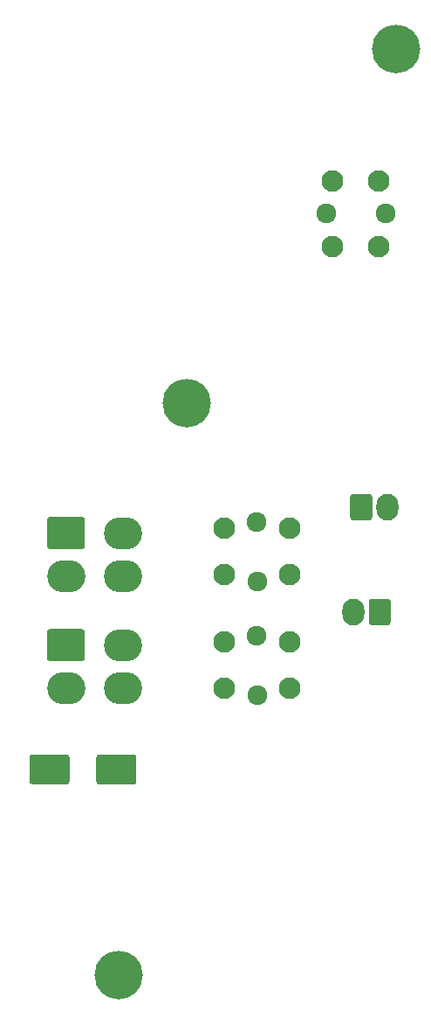
<source format=gbr>
G04 #@! TF.GenerationSoftware,KiCad,Pcbnew,(5.1.6)-1*
G04 #@! TF.CreationDate,2020-12-21T17:51:35+11:00*
G04 #@! TF.ProjectId,MasterModePushbuttonV2,4d617374-6572-44d6-9f64-655075736862,rev?*
G04 #@! TF.SameCoordinates,Original*
G04 #@! TF.FileFunction,Soldermask,Bot*
G04 #@! TF.FilePolarity,Negative*
%FSLAX46Y46*%
G04 Gerber Fmt 4.6, Leading zero omitted, Abs format (unit mm)*
G04 Created by KiCad (PCBNEW (5.1.6)-1) date 2020-12-21 17:51:35*
%MOMM*%
%LPD*%
G01*
G04 APERTURE LIST*
%ADD10C,4.700000*%
%ADD11O,3.700000X3.100000*%
%ADD12C,1.924000*%
%ADD13C,2.100000*%
%ADD14O,2.140000X2.590000*%
G04 APERTURE END LIST*
D10*
X234878380Y-47349580D03*
X214494880Y-81639580D03*
X207890880Y-137075080D03*
D11*
X208296000Y-98447500D03*
X208296000Y-94247500D03*
X202796000Y-98447500D03*
G36*
G01*
X201233038Y-92697500D02*
X204358962Y-92697500D01*
G75*
G02*
X204646000Y-92984538I0J-287038D01*
G01*
X204646000Y-95510462D01*
G75*
G02*
X204358962Y-95797500I-287038J0D01*
G01*
X201233038Y-95797500D01*
G75*
G02*
X200946000Y-95510462I0J287038D01*
G01*
X200946000Y-92984538D01*
G75*
G02*
X201233038Y-92697500I287038J0D01*
G01*
G37*
X208296000Y-109297000D03*
X208296000Y-105097000D03*
X202796000Y-109297000D03*
G36*
G01*
X201233038Y-103547000D02*
X204358962Y-103547000D01*
G75*
G02*
X204646000Y-103834038I0J-287038D01*
G01*
X204646000Y-106359962D01*
G75*
G02*
X204358962Y-106647000I-287038J0D01*
G01*
X201233038Y-106647000D01*
G75*
G02*
X200946000Y-106359962I0J287038D01*
G01*
X200946000Y-103834038D01*
G75*
G02*
X201233038Y-103547000I287038J0D01*
G01*
G37*
G36*
G01*
X203146000Y-115987000D02*
X203146000Y-118307000D01*
G75*
G02*
X202856000Y-118597000I-290000J0D01*
G01*
X199536000Y-118597000D01*
G75*
G02*
X199246000Y-118307000I0J290000D01*
G01*
X199246000Y-115987000D01*
G75*
G02*
X199536000Y-115697000I290000J0D01*
G01*
X202856000Y-115697000D01*
G75*
G02*
X203146000Y-115987000I0J-290000D01*
G01*
G37*
G36*
G01*
X209646000Y-115987000D02*
X209646000Y-118307000D01*
G75*
G02*
X209356000Y-118597000I-290000J0D01*
G01*
X206036000Y-118597000D01*
G75*
G02*
X205746000Y-118307000I0J290000D01*
G01*
X205746000Y-115987000D01*
G75*
G02*
X206036000Y-115697000I290000J0D01*
G01*
X209356000Y-115697000D01*
G75*
G02*
X209646000Y-115987000I0J-290000D01*
G01*
G37*
D12*
X221367000Y-109973000D03*
X221327000Y-104182000D03*
D13*
X224502000Y-109262000D03*
X218152000Y-109262000D03*
X224502000Y-104817000D03*
X218152000Y-104817000D03*
D12*
X221367000Y-98949500D03*
X221327000Y-93158500D03*
D13*
X224502000Y-98238500D03*
X218152000Y-98238500D03*
X224502000Y-93793500D03*
X218152000Y-93793500D03*
D12*
X233850000Y-63262700D03*
X228059000Y-63302700D03*
D13*
X233139000Y-60127700D03*
X233139000Y-66477700D03*
X228694000Y-60127700D03*
X228694000Y-66477700D03*
D14*
X230706480Y-101897480D03*
G36*
G01*
X234316480Y-100909950D02*
X234316480Y-102885010D01*
G75*
G02*
X234009010Y-103192480I-307470J0D01*
G01*
X232483950Y-103192480D01*
G75*
G02*
X232176480Y-102885010I0J307470D01*
G01*
X232176480Y-100909950D01*
G75*
G02*
X232483950Y-100602480I307470J0D01*
G01*
X234009010Y-100602480D01*
G75*
G02*
X234316480Y-100909950I0J-307470D01*
G01*
G37*
X233986480Y-91747480D03*
G36*
G01*
X230376480Y-92735010D02*
X230376480Y-90759950D01*
G75*
G02*
X230683950Y-90452480I307470J0D01*
G01*
X232209010Y-90452480D01*
G75*
G02*
X232516480Y-90759950I0J-307470D01*
G01*
X232516480Y-92735010D01*
G75*
G02*
X232209010Y-93042480I-307470J0D01*
G01*
X230683950Y-93042480D01*
G75*
G02*
X230376480Y-92735010I0J307470D01*
G01*
G37*
M02*

</source>
